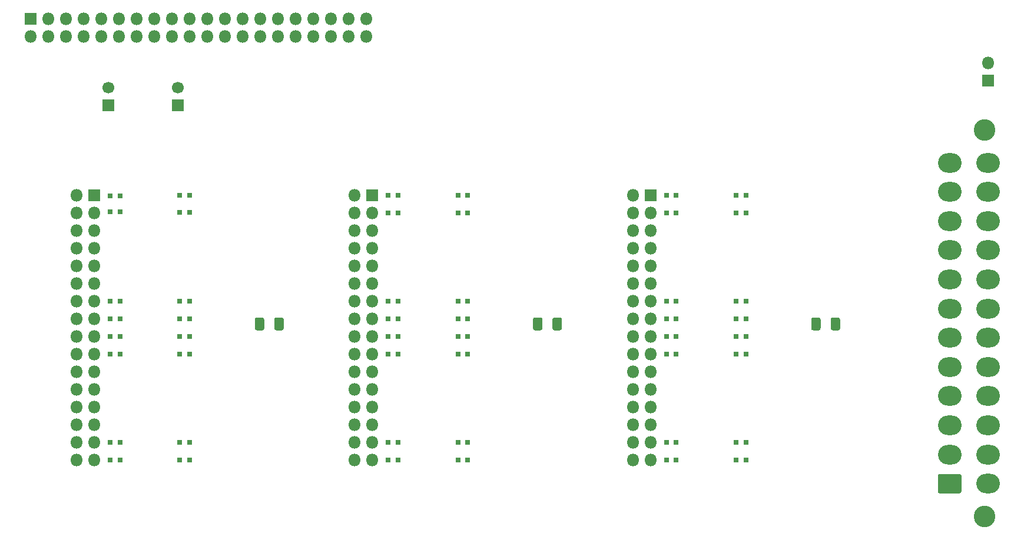
<source format=gbr>
%TF.GenerationSoftware,KiCad,Pcbnew,(5.1.6)-1*%
%TF.CreationDate,2020-07-21T23:35:01+09:00*%
%TF.ProjectId,PWM-PCA9685,50574d2d-5043-4413-9936-38352e6b6963,rev?*%
%TF.SameCoordinates,Original*%
%TF.FileFunction,Soldermask,Bot*%
%TF.FilePolarity,Negative*%
%FSLAX46Y46*%
G04 Gerber Fmt 4.6, Leading zero omitted, Abs format (unit mm)*
G04 Created by KiCad (PCBNEW (5.1.6)-1) date 2020-07-21 23:35:01*
%MOMM*%
%LPD*%
G01*
G04 APERTURE LIST*
%ADD10O,1.800000X1.800000*%
%ADD11R,1.800000X1.800000*%
%ADD12C,1.700000*%
%ADD13R,1.700000X1.700000*%
%ADD14R,0.700000X0.800000*%
%ADD15C,3.100000*%
%ADD16O,3.400000X2.800000*%
G04 APERTURE END LIST*
D10*
%TO.C,J6*%
X162500000Y-33460000D03*
D11*
X162500000Y-36000000D03*
%TD*%
%TO.C,C7*%
G36*
G01*
X139900000Y-71655000D02*
X139900000Y-70345000D01*
G75*
G02*
X140170000Y-70075000I270000J0D01*
G01*
X140980000Y-70075000D01*
G75*
G02*
X141250000Y-70345000I0J-270000D01*
G01*
X141250000Y-71655000D01*
G75*
G02*
X140980000Y-71925000I-270000J0D01*
G01*
X140170000Y-71925000D01*
G75*
G02*
X139900000Y-71655000I0J270000D01*
G01*
G37*
G36*
G01*
X137100000Y-71655000D02*
X137100000Y-70345000D01*
G75*
G02*
X137370000Y-70075000I270000J0D01*
G01*
X138180000Y-70075000D01*
G75*
G02*
X138450000Y-70345000I0J-270000D01*
G01*
X138450000Y-71655000D01*
G75*
G02*
X138180000Y-71925000I-270000J0D01*
G01*
X137370000Y-71925000D01*
G75*
G02*
X137100000Y-71655000I0J270000D01*
G01*
G37*
%TD*%
%TO.C,C6*%
G36*
G01*
X99900000Y-71655000D02*
X99900000Y-70345000D01*
G75*
G02*
X100170000Y-70075000I270000J0D01*
G01*
X100980000Y-70075000D01*
G75*
G02*
X101250000Y-70345000I0J-270000D01*
G01*
X101250000Y-71655000D01*
G75*
G02*
X100980000Y-71925000I-270000J0D01*
G01*
X100170000Y-71925000D01*
G75*
G02*
X99900000Y-71655000I0J270000D01*
G01*
G37*
G36*
G01*
X97100000Y-71655000D02*
X97100000Y-70345000D01*
G75*
G02*
X97370000Y-70075000I270000J0D01*
G01*
X98180000Y-70075000D01*
G75*
G02*
X98450000Y-70345000I0J-270000D01*
G01*
X98450000Y-71655000D01*
G75*
G02*
X98180000Y-71925000I-270000J0D01*
G01*
X97370000Y-71925000D01*
G75*
G02*
X97100000Y-71655000I0J270000D01*
G01*
G37*
%TD*%
%TO.C,C5*%
G36*
G01*
X59900000Y-71655000D02*
X59900000Y-70345000D01*
G75*
G02*
X60170000Y-70075000I270000J0D01*
G01*
X60980000Y-70075000D01*
G75*
G02*
X61250000Y-70345000I0J-270000D01*
G01*
X61250000Y-71655000D01*
G75*
G02*
X60980000Y-71925000I-270000J0D01*
G01*
X60170000Y-71925000D01*
G75*
G02*
X59900000Y-71655000I0J270000D01*
G01*
G37*
G36*
G01*
X57100000Y-71655000D02*
X57100000Y-70345000D01*
G75*
G02*
X57370000Y-70075000I270000J0D01*
G01*
X58180000Y-70075000D01*
G75*
G02*
X58450000Y-70345000I0J-270000D01*
G01*
X58450000Y-71655000D01*
G75*
G02*
X58180000Y-71925000I-270000J0D01*
G01*
X57370000Y-71925000D01*
G75*
G02*
X57100000Y-71655000I0J270000D01*
G01*
G37*
%TD*%
D12*
%TO.C,C4*%
X46000000Y-37000000D03*
D13*
X46000000Y-39500000D03*
%TD*%
D12*
%TO.C,C3*%
X36000000Y-37000000D03*
D13*
X36000000Y-39500000D03*
%TD*%
D10*
%TO.C,J4*%
X73130000Y-29620000D03*
X73130000Y-27080000D03*
X70590000Y-29620000D03*
X70590000Y-27080000D03*
X68050000Y-29620000D03*
X68050000Y-27080000D03*
X65510000Y-29620000D03*
X65510000Y-27080000D03*
X62970000Y-29620000D03*
X62970000Y-27080000D03*
X60430000Y-29620000D03*
X60430000Y-27080000D03*
X57890000Y-29620000D03*
X57890000Y-27080000D03*
X55350000Y-29620000D03*
X55350000Y-27080000D03*
X52810000Y-29620000D03*
X52810000Y-27080000D03*
X50270000Y-29620000D03*
X50270000Y-27080000D03*
X47730000Y-29620000D03*
X47730000Y-27080000D03*
X45190000Y-29620000D03*
X45190000Y-27080000D03*
X42650000Y-29620000D03*
X42650000Y-27080000D03*
X40110000Y-29620000D03*
X40110000Y-27080000D03*
X37570000Y-29620000D03*
X37570000Y-27080000D03*
X35030000Y-29620000D03*
X35030000Y-27080000D03*
X32490000Y-29620000D03*
X32490000Y-27080000D03*
X29950000Y-29620000D03*
X29950000Y-27080000D03*
X27410000Y-29620000D03*
X27410000Y-27080000D03*
X24870000Y-29620000D03*
D11*
X24870000Y-27080000D03*
%TD*%
D10*
%TO.C,J1*%
X31460000Y-90550000D03*
X34000000Y-90550000D03*
X31460000Y-88010000D03*
X34000000Y-88010000D03*
X31460000Y-85470000D03*
X34000000Y-85470000D03*
X31460000Y-82930000D03*
X34000000Y-82930000D03*
X31460000Y-80390000D03*
X34000000Y-80390000D03*
X31460000Y-77850000D03*
X34000000Y-77850000D03*
X31460000Y-75310000D03*
X34000000Y-75310000D03*
X31460000Y-72770000D03*
X34000000Y-72770000D03*
X31460000Y-70230000D03*
X34000000Y-70230000D03*
X31460000Y-67690000D03*
X34000000Y-67690000D03*
X31460000Y-65150000D03*
X34000000Y-65150000D03*
X31460000Y-62610000D03*
X34000000Y-62610000D03*
X31460000Y-60070000D03*
X34000000Y-60070000D03*
X31460000Y-57530000D03*
X34000000Y-57530000D03*
X31460000Y-54990000D03*
X34000000Y-54990000D03*
X31460000Y-52450000D03*
D11*
X34000000Y-52450000D03*
%TD*%
D10*
%TO.C,J2*%
X71460000Y-90550000D03*
X74000000Y-90550000D03*
X71460000Y-88010000D03*
X74000000Y-88010000D03*
X71460000Y-85470000D03*
X74000000Y-85470000D03*
X71460000Y-82930000D03*
X74000000Y-82930000D03*
X71460000Y-80390000D03*
X74000000Y-80390000D03*
X71460000Y-77850000D03*
X74000000Y-77850000D03*
X71460000Y-75310000D03*
X74000000Y-75310000D03*
X71460000Y-72770000D03*
X74000000Y-72770000D03*
X71460000Y-70230000D03*
X74000000Y-70230000D03*
X71460000Y-67690000D03*
X74000000Y-67690000D03*
X71460000Y-65150000D03*
X74000000Y-65150000D03*
X71460000Y-62610000D03*
X74000000Y-62610000D03*
X71460000Y-60070000D03*
X74000000Y-60070000D03*
X71460000Y-57530000D03*
X74000000Y-57530000D03*
X71460000Y-54990000D03*
X74000000Y-54990000D03*
X71460000Y-52450000D03*
D11*
X74000000Y-52450000D03*
%TD*%
D10*
%TO.C,J3*%
X111460000Y-90550000D03*
X114000000Y-90550000D03*
X111460000Y-88010000D03*
X114000000Y-88010000D03*
X111460000Y-85470000D03*
X114000000Y-85470000D03*
X111460000Y-82930000D03*
X114000000Y-82930000D03*
X111460000Y-80390000D03*
X114000000Y-80390000D03*
X111460000Y-77850000D03*
X114000000Y-77850000D03*
X111460000Y-75310000D03*
X114000000Y-75310000D03*
X111460000Y-72770000D03*
X114000000Y-72770000D03*
X111460000Y-70230000D03*
X114000000Y-70230000D03*
X111460000Y-67690000D03*
X114000000Y-67690000D03*
X111460000Y-65150000D03*
X114000000Y-65150000D03*
X111460000Y-62610000D03*
X114000000Y-62610000D03*
X111460000Y-60070000D03*
X114000000Y-60070000D03*
X111460000Y-57530000D03*
X114000000Y-57530000D03*
X111460000Y-54990000D03*
X114000000Y-54990000D03*
X111460000Y-52450000D03*
D11*
X114000000Y-52450000D03*
%TD*%
D14*
%TO.C,D38*%
X126300000Y-72770000D03*
X127700000Y-72770000D03*
%TD*%
D15*
%TO.C,J5*%
X162040000Y-43100000D03*
X162040000Y-98700000D03*
D16*
X162500000Y-47800000D03*
X162500000Y-52000000D03*
X162500000Y-56200000D03*
X162500000Y-60400000D03*
X162500000Y-64600000D03*
X162500000Y-68800000D03*
X162500000Y-73000000D03*
X162500000Y-77200000D03*
X162500000Y-81400000D03*
X162500000Y-85600000D03*
X162500000Y-89800000D03*
X162500000Y-94000000D03*
X157000000Y-47800000D03*
X157000000Y-52000000D03*
X157000000Y-56200000D03*
X157000000Y-60400000D03*
X157000000Y-64600000D03*
X157000000Y-68800000D03*
X157000000Y-73000000D03*
X157000000Y-77200000D03*
X157000000Y-81400000D03*
X157000000Y-85600000D03*
X157000000Y-89800000D03*
G36*
G01*
X158440740Y-95400000D02*
X155559260Y-95400000D01*
G75*
G02*
X155300000Y-95140740I0J259260D01*
G01*
X155300000Y-92859260D01*
G75*
G02*
X155559260Y-92600000I259260J0D01*
G01*
X158440740Y-92600000D01*
G75*
G02*
X158700000Y-92859260I0J-259260D01*
G01*
X158700000Y-95140740D01*
G75*
G02*
X158440740Y-95400000I-259260J0D01*
G01*
G37*
%TD*%
D14*
%TO.C,D48*%
X116300000Y-52450000D03*
X117700000Y-52450000D03*
%TD*%
%TO.C,D47*%
X116300000Y-54990000D03*
X117700000Y-54990000D03*
%TD*%
%TO.C,D46*%
X126300000Y-52450000D03*
X127700000Y-52450000D03*
%TD*%
%TO.C,D45*%
X126300000Y-54990000D03*
X127700000Y-54990000D03*
%TD*%
%TO.C,D44*%
X126300000Y-67690000D03*
X127700000Y-67690000D03*
%TD*%
%TO.C,D43*%
X126300000Y-70230000D03*
X127700000Y-70230000D03*
%TD*%
%TO.C,D42*%
X116300000Y-67690000D03*
X117700000Y-67690000D03*
%TD*%
%TO.C,D41*%
X116300000Y-70230000D03*
X117700000Y-70230000D03*
%TD*%
%TO.C,D40*%
X116300000Y-72770000D03*
X117700000Y-72770000D03*
%TD*%
%TO.C,D39*%
X116300000Y-75310000D03*
X117700000Y-75310000D03*
%TD*%
%TO.C,D37*%
X126300000Y-75310000D03*
X127700000Y-75310000D03*
%TD*%
%TO.C,D36*%
X126300000Y-88010000D03*
X127700000Y-88010000D03*
%TD*%
%TO.C,D35*%
X126300000Y-90550000D03*
X127700000Y-90550000D03*
%TD*%
%TO.C,D34*%
X116300000Y-88010000D03*
X117700000Y-88010000D03*
%TD*%
%TO.C,D33*%
X116300000Y-90550000D03*
X117700000Y-90550000D03*
%TD*%
%TO.C,D32*%
X76300000Y-52450000D03*
X77700000Y-52450000D03*
%TD*%
%TO.C,D31*%
X76300000Y-54990000D03*
X77700000Y-54990000D03*
%TD*%
%TO.C,D30*%
X86300000Y-52450000D03*
X87700000Y-52450000D03*
%TD*%
%TO.C,D29*%
X86300000Y-54990000D03*
X87700000Y-54990000D03*
%TD*%
%TO.C,D28*%
X86300000Y-67690000D03*
X87700000Y-67690000D03*
%TD*%
%TO.C,D27*%
X86300000Y-70230000D03*
X87700000Y-70230000D03*
%TD*%
%TO.C,D26*%
X76300000Y-67690000D03*
X77700000Y-67690000D03*
%TD*%
%TO.C,D25*%
X76300000Y-70230000D03*
X77700000Y-70230000D03*
%TD*%
%TO.C,D24*%
X76300000Y-72770000D03*
X77700000Y-72770000D03*
%TD*%
%TO.C,D23*%
X76300000Y-75310000D03*
X77700000Y-75310000D03*
%TD*%
%TO.C,D22*%
X86300000Y-72770000D03*
X87700000Y-72770000D03*
%TD*%
%TO.C,D21*%
X86300000Y-75310000D03*
X87700000Y-75310000D03*
%TD*%
%TO.C,D20*%
X86300000Y-88010000D03*
X87700000Y-88010000D03*
%TD*%
%TO.C,D19*%
X86300000Y-90550000D03*
X87700000Y-90550000D03*
%TD*%
%TO.C,D18*%
X76300000Y-88010000D03*
X77700000Y-88010000D03*
%TD*%
%TO.C,D17*%
X76300000Y-90550000D03*
X77700000Y-90550000D03*
%TD*%
%TO.C,D16*%
X36300000Y-52590000D03*
X37700000Y-52590000D03*
%TD*%
%TO.C,D15*%
X36300000Y-54850000D03*
X37700000Y-54850000D03*
%TD*%
%TO.C,D14*%
X46300000Y-52500000D03*
X47700000Y-52500000D03*
%TD*%
%TO.C,D13*%
X46300000Y-54980000D03*
X47700000Y-54980000D03*
%TD*%
%TO.C,D12*%
X46300000Y-67690000D03*
X47700000Y-67690000D03*
%TD*%
%TO.C,D11*%
X46300000Y-70230000D03*
X47700000Y-70230000D03*
%TD*%
%TO.C,D10*%
X36300000Y-67690000D03*
X37700000Y-67690000D03*
%TD*%
%TO.C,D9*%
X36300000Y-70230000D03*
X37700000Y-70230000D03*
%TD*%
%TO.C,D8*%
X36300000Y-72770000D03*
X37700000Y-72770000D03*
%TD*%
%TO.C,D7*%
X36300000Y-75310000D03*
X37700000Y-75310000D03*
%TD*%
%TO.C,D6*%
X46300000Y-72770000D03*
X47700000Y-72770000D03*
%TD*%
%TO.C,D5*%
X46300000Y-75310000D03*
X47700000Y-75310000D03*
%TD*%
%TO.C,D4*%
X46300000Y-88010000D03*
X47700000Y-88010000D03*
%TD*%
%TO.C,D3*%
X46300000Y-90550000D03*
X47700000Y-90550000D03*
%TD*%
%TO.C,D2*%
X36300000Y-88010000D03*
X37700000Y-88010000D03*
%TD*%
%TO.C,D1*%
X36300000Y-90550000D03*
X37700000Y-90550000D03*
%TD*%
M02*

</source>
